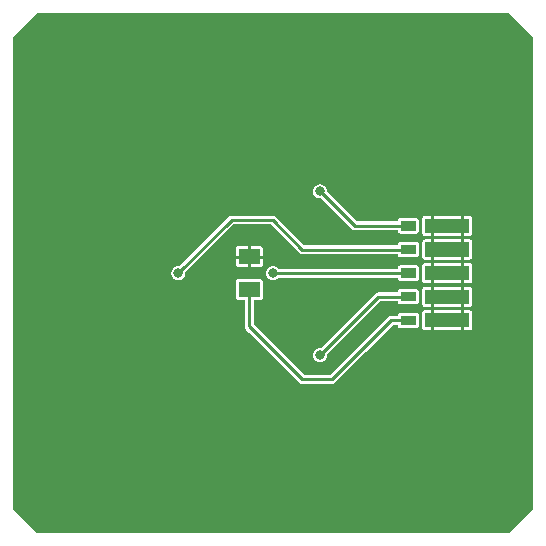
<source format=gbr>
G04 start of page 3 for group 3 idx 3 *
G04 Title: HERTZ_RFA, backside *
G04 Creator: pcb v4.0.2-gafeb62a8 *
G04 CreationDate: Mon Jan 29 15:05:47 2018 UTC *
G04 For: stephan *
G04 Format: Gerber/RS-274X *
G04 PCB-Dimensions (mil): 2362.20 2362.20 *
G04 PCB-Coordinate-Origin: lower left *
%MOIN*%
%FSLAX25Y25*%
%LNBACKSIDE*%
%ADD22C,0.0118*%
%ADD21C,0.2047*%
%ADD20C,0.0315*%
%ADD19C,0.2244*%
%ADD18C,0.0098*%
%ADD17C,0.0001*%
G54D17*G36*
X176260Y204724D02*X196850D01*
X204724Y196850D01*
Y39370D01*
X196850Y31496D01*
X176260D01*
Y99005D01*
X183779Y99009D01*
X183932Y99046D01*
X184077Y99106D01*
X184212Y99188D01*
X184331Y99291D01*
X184434Y99410D01*
X184516Y99545D01*
X184576Y99690D01*
X184613Y99843D01*
X184622Y100000D01*
X184613Y104881D01*
X184576Y105034D01*
X184516Y105180D01*
X184434Y105314D01*
X184331Y105434D01*
X184212Y105536D01*
X184077Y105618D01*
X183932Y105678D01*
X183779Y105715D01*
X183622Y105724D01*
X176260Y105720D01*
Y106879D01*
X183779Y106883D01*
X183932Y106920D01*
X184077Y106980D01*
X184212Y107063D01*
X184331Y107165D01*
X184434Y107284D01*
X184516Y107419D01*
X184576Y107564D01*
X184613Y107717D01*
X184622Y107874D01*
X184613Y112755D01*
X184576Y112908D01*
X184516Y113054D01*
X184434Y113188D01*
X184331Y113308D01*
X184212Y113410D01*
X184077Y113492D01*
X183932Y113552D01*
X183779Y113589D01*
X183622Y113598D01*
X176260Y113594D01*
Y114753D01*
X183779Y114757D01*
X183932Y114794D01*
X184077Y114854D01*
X184212Y114937D01*
X184331Y115039D01*
X184434Y115158D01*
X184516Y115293D01*
X184576Y115438D01*
X184613Y115591D01*
X184622Y115748D01*
X184613Y120629D01*
X184576Y120782D01*
X184516Y120928D01*
X184434Y121062D01*
X184331Y121182D01*
X184212Y121284D01*
X184077Y121366D01*
X183932Y121426D01*
X183779Y121463D01*
X183622Y121472D01*
X176260Y121468D01*
Y122627D01*
X183779Y122631D01*
X183932Y122668D01*
X184077Y122728D01*
X184212Y122811D01*
X184331Y122913D01*
X184434Y123032D01*
X184516Y123167D01*
X184576Y123312D01*
X184613Y123465D01*
X184622Y123622D01*
X184613Y128503D01*
X184576Y128656D01*
X184516Y128802D01*
X184434Y128936D01*
X184331Y129056D01*
X184212Y129158D01*
X184077Y129240D01*
X183932Y129300D01*
X183779Y129337D01*
X183622Y129346D01*
X176260Y129342D01*
Y130501D01*
X183779Y130505D01*
X183932Y130542D01*
X184077Y130602D01*
X184212Y130685D01*
X184331Y130787D01*
X184434Y130906D01*
X184516Y131041D01*
X184576Y131186D01*
X184613Y131339D01*
X184622Y131496D01*
X184613Y136377D01*
X184576Y136530D01*
X184516Y136676D01*
X184434Y136810D01*
X184331Y136930D01*
X184212Y137032D01*
X184077Y137114D01*
X183932Y137174D01*
X183779Y137211D01*
X183622Y137220D01*
X176260Y137216D01*
Y204724D01*
G37*
G36*
X149162D02*X176260D01*
Y137216D01*
X168741Y137211D01*
X168588Y137174D01*
X168442Y137114D01*
X168308Y137032D01*
X168188Y136930D01*
X168086Y136810D01*
X168004Y136676D01*
X167944Y136530D01*
X167907Y136377D01*
X167898Y136220D01*
X167907Y131339D01*
X167944Y131186D01*
X168004Y131041D01*
X168086Y130906D01*
X168188Y130787D01*
X168308Y130685D01*
X168442Y130602D01*
X168588Y130542D01*
X168741Y130505D01*
X168898Y130496D01*
X176260Y130501D01*
Y129342D01*
X168741Y129337D01*
X168588Y129300D01*
X168442Y129240D01*
X168308Y129158D01*
X168188Y129056D01*
X168086Y128936D01*
X168004Y128802D01*
X167944Y128656D01*
X167907Y128503D01*
X167898Y128346D01*
X167907Y123465D01*
X167944Y123312D01*
X168004Y123167D01*
X168086Y123032D01*
X168188Y122913D01*
X168308Y122811D01*
X168442Y122728D01*
X168588Y122668D01*
X168741Y122631D01*
X168898Y122622D01*
X176260Y122627D01*
Y121468D01*
X168741Y121463D01*
X168588Y121426D01*
X168442Y121366D01*
X168308Y121284D01*
X168188Y121182D01*
X168086Y121062D01*
X168004Y120928D01*
X167944Y120782D01*
X167907Y120629D01*
X167898Y120472D01*
X167907Y115591D01*
X167944Y115438D01*
X168004Y115293D01*
X168086Y115158D01*
X168188Y115039D01*
X168308Y114937D01*
X168442Y114854D01*
X168588Y114794D01*
X168741Y114757D01*
X168898Y114748D01*
X176260Y114753D01*
Y113594D01*
X168741Y113589D01*
X168588Y113552D01*
X168442Y113492D01*
X168308Y113410D01*
X168188Y113308D01*
X168086Y113188D01*
X168004Y113054D01*
X167944Y112908D01*
X167907Y112755D01*
X167898Y112598D01*
X167907Y107717D01*
X167944Y107564D01*
X168004Y107419D01*
X168086Y107284D01*
X168188Y107165D01*
X168308Y107063D01*
X168442Y106980D01*
X168588Y106920D01*
X168741Y106883D01*
X168898Y106874D01*
X176260Y106879D01*
Y105720D01*
X168741Y105715D01*
X168588Y105678D01*
X168442Y105618D01*
X168308Y105536D01*
X168188Y105434D01*
X168086Y105314D01*
X168004Y105180D01*
X167944Y105034D01*
X167907Y104881D01*
X167898Y104724D01*
X167907Y99843D01*
X167944Y99690D01*
X168004Y99545D01*
X168086Y99410D01*
X168188Y99291D01*
X168308Y99188D01*
X168442Y99106D01*
X168588Y99046D01*
X168741Y99009D01*
X168898Y99000D01*
X176260Y99005D01*
Y31496D01*
X149162D01*
Y91956D01*
X158092Y100886D01*
X159694D01*
X159694Y100630D01*
X159731Y100477D01*
X159791Y100332D01*
X159874Y100198D01*
X159976Y100078D01*
X160095Y99976D01*
X160230Y99894D01*
X160375Y99833D01*
X160528Y99797D01*
X160685Y99787D01*
X165992Y99797D01*
X166145Y99833D01*
X166290Y99894D01*
X166424Y99976D01*
X166544Y100078D01*
X166646Y100198D01*
X166728Y100332D01*
X166789Y100477D01*
X166825Y100630D01*
X166835Y100787D01*
X166825Y104094D01*
X166789Y104247D01*
X166728Y104392D01*
X166646Y104527D01*
X166544Y104646D01*
X166424Y104749D01*
X166290Y104831D01*
X166145Y104891D01*
X165992Y104928D01*
X165835Y104937D01*
X160528Y104928D01*
X160375Y104891D01*
X160230Y104831D01*
X160095Y104749D01*
X159976Y104646D01*
X159874Y104527D01*
X159791Y104392D01*
X159731Y104247D01*
X159694Y104094D01*
X159685Y103937D01*
X159685Y103839D01*
X157538D01*
X157480Y103843D01*
X157249Y103825D01*
X157023Y103771D01*
X156808Y103682D01*
X156610Y103560D01*
X156610Y103560D01*
X156433Y103409D01*
X156395Y103365D01*
X149162Y96132D01*
Y104050D01*
X153871Y108760D01*
X159694D01*
X159694Y108504D01*
X159731Y108351D01*
X159791Y108206D01*
X159874Y108072D01*
X159976Y107952D01*
X160095Y107850D01*
X160230Y107768D01*
X160375Y107707D01*
X160528Y107671D01*
X160685Y107661D01*
X165992Y107671D01*
X166145Y107707D01*
X166290Y107768D01*
X166424Y107850D01*
X166544Y107952D01*
X166646Y108072D01*
X166728Y108206D01*
X166789Y108351D01*
X166825Y108504D01*
X166835Y108661D01*
X166825Y111968D01*
X166789Y112121D01*
X166728Y112266D01*
X166646Y112401D01*
X166544Y112520D01*
X166424Y112623D01*
X166290Y112705D01*
X166145Y112765D01*
X165992Y112802D01*
X165835Y112811D01*
X160528Y112802D01*
X160375Y112765D01*
X160230Y112705D01*
X160095Y112623D01*
X159976Y112520D01*
X159874Y112401D01*
X159791Y112266D01*
X159731Y112121D01*
X159694Y111968D01*
X159685Y111811D01*
X159685Y111713D01*
X153318D01*
X153260Y111717D01*
X153028Y111699D01*
X152802Y111645D01*
X152588Y111556D01*
X152389Y111434D01*
X152389Y111434D01*
X152213Y111283D01*
X152175Y111239D01*
X149162Y108226D01*
Y116634D01*
X159694D01*
X159694Y116379D01*
X159731Y116225D01*
X159791Y116080D01*
X159874Y115946D01*
X159976Y115826D01*
X160095Y115724D01*
X160230Y115642D01*
X160375Y115581D01*
X160528Y115545D01*
X160685Y115535D01*
X165992Y115545D01*
X166145Y115581D01*
X166290Y115642D01*
X166424Y115724D01*
X166544Y115826D01*
X166646Y115946D01*
X166728Y116080D01*
X166789Y116225D01*
X166825Y116379D01*
X166835Y116535D01*
X166825Y119842D01*
X166789Y119995D01*
X166728Y120140D01*
X166646Y120275D01*
X166544Y120394D01*
X166424Y120497D01*
X166290Y120579D01*
X166145Y120639D01*
X165992Y120676D01*
X165835Y120685D01*
X160528Y120676D01*
X160375Y120639D01*
X160230Y120579D01*
X160095Y120497D01*
X159976Y120394D01*
X159874Y120275D01*
X159791Y120140D01*
X159731Y119995D01*
X159694Y119842D01*
X159685Y119685D01*
X159685Y119587D01*
X149162D01*
Y124508D01*
X159694D01*
X159694Y124253D01*
X159731Y124099D01*
X159791Y123954D01*
X159874Y123820D01*
X159976Y123700D01*
X160095Y123598D01*
X160230Y123516D01*
X160375Y123455D01*
X160528Y123419D01*
X160685Y123409D01*
X165992Y123419D01*
X166145Y123455D01*
X166290Y123516D01*
X166424Y123598D01*
X166544Y123700D01*
X166646Y123820D01*
X166728Y123954D01*
X166789Y124099D01*
X166825Y124253D01*
X166835Y124409D01*
X166825Y127716D01*
X166789Y127869D01*
X166728Y128014D01*
X166646Y128149D01*
X166544Y128268D01*
X166424Y128371D01*
X166290Y128453D01*
X166145Y128513D01*
X165992Y128550D01*
X165835Y128559D01*
X160528Y128550D01*
X160375Y128513D01*
X160230Y128453D01*
X160095Y128371D01*
X159976Y128268D01*
X159874Y128149D01*
X159791Y128014D01*
X159731Y127869D01*
X159694Y127716D01*
X159685Y127559D01*
X159685Y127461D01*
X149162D01*
Y132382D01*
X159694D01*
X159694Y132127D01*
X159731Y131973D01*
X159791Y131828D01*
X159874Y131694D01*
X159976Y131574D01*
X160095Y131472D01*
X160230Y131390D01*
X160375Y131329D01*
X160528Y131293D01*
X160685Y131283D01*
X165992Y131293D01*
X166145Y131329D01*
X166290Y131390D01*
X166424Y131472D01*
X166544Y131574D01*
X166646Y131694D01*
X166728Y131828D01*
X166789Y131973D01*
X166825Y132127D01*
X166835Y132283D01*
X166825Y135590D01*
X166789Y135743D01*
X166728Y135888D01*
X166646Y136023D01*
X166544Y136142D01*
X166424Y136245D01*
X166290Y136327D01*
X166145Y136387D01*
X165992Y136424D01*
X165835Y136433D01*
X160528Y136424D01*
X160375Y136387D01*
X160230Y136327D01*
X160095Y136245D01*
X159976Y136142D01*
X159874Y136023D01*
X159791Y135888D01*
X159731Y135743D01*
X159694Y135590D01*
X159685Y135433D01*
X159685Y135335D01*
X149162D01*
Y204724D01*
G37*
G36*
X110236Y98306D02*X126868Y81674D01*
X126906Y81630D01*
X127082Y81479D01*
X127082Y81479D01*
X127280Y81358D01*
X127495Y81269D01*
X127721Y81214D01*
X127953Y81196D01*
X128011Y81201D01*
X137737D01*
X137795Y81196D01*
X138027Y81214D01*
X138253Y81269D01*
X138468Y81358D01*
X138666Y81479D01*
X138842Y81630D01*
X138880Y81674D01*
X149162Y91956D01*
Y31496D01*
X110236D01*
Y98306D01*
G37*
G36*
Y134350D02*X117499D01*
X126868Y124981D01*
X126906Y124937D01*
X127082Y124786D01*
X127082Y124786D01*
X127280Y124665D01*
X127495Y124576D01*
X127721Y124522D01*
X127953Y124503D01*
X128011Y124508D01*
X149162D01*
Y119587D01*
X119956D01*
X119786Y119786D01*
X119503Y120027D01*
X119186Y120221D01*
X118842Y120364D01*
X118481Y120451D01*
X118110Y120480D01*
X117740Y120451D01*
X117378Y120364D01*
X117035Y120221D01*
X116717Y120027D01*
X116435Y119786D01*
X116193Y119503D01*
X115999Y119186D01*
X115857Y118842D01*
X115770Y118481D01*
X115741Y118110D01*
X115770Y117740D01*
X115857Y117378D01*
X115999Y117035D01*
X116193Y116717D01*
X116435Y116435D01*
X116717Y116193D01*
X117035Y115999D01*
X117378Y115857D01*
X117740Y115770D01*
X118110Y115741D01*
X118481Y115770D01*
X118842Y115857D01*
X119186Y115999D01*
X119503Y116193D01*
X119786Y116435D01*
X119956Y116634D01*
X149162D01*
Y108226D01*
X134119Y93184D01*
X133858Y93204D01*
X133488Y93175D01*
X133126Y93088D01*
X132783Y92946D01*
X132466Y92752D01*
X132183Y92510D01*
X131941Y92227D01*
X131747Y91910D01*
X131605Y91567D01*
X131518Y91205D01*
X131489Y90835D01*
X131518Y90464D01*
X131605Y90102D01*
X131747Y89759D01*
X131941Y89442D01*
X132183Y89159D01*
X132466Y88918D01*
X132783Y88723D01*
X133126Y88581D01*
X133488Y88494D01*
X133858Y88465D01*
X134229Y88494D01*
X134590Y88581D01*
X134934Y88723D01*
X135251Y88918D01*
X135534Y89159D01*
X135775Y89442D01*
X135970Y89759D01*
X136112Y90102D01*
X136199Y90464D01*
X136220Y90835D01*
X136205Y91094D01*
X149162Y104050D01*
Y96132D01*
X137184Y84154D01*
X128564D01*
X111713Y101005D01*
Y109120D01*
X113893Y109122D01*
X114045Y109159D01*
X114190Y109219D01*
X114324Y109301D01*
X114443Y109403D01*
X114545Y109522D01*
X114627Y109656D01*
X114687Y109801D01*
X114724Y109954D01*
X114733Y110110D01*
X114724Y115267D01*
X114687Y115419D01*
X114627Y115564D01*
X114545Y115698D01*
X114443Y115817D01*
X114324Y115919D01*
X114190Y116001D01*
X114045Y116061D01*
X113893Y116098D01*
X113736Y116107D01*
X110236Y116103D01*
Y120118D01*
X113893Y120122D01*
X114045Y120159D01*
X114190Y120219D01*
X114324Y120301D01*
X114443Y120403D01*
X114545Y120522D01*
X114627Y120656D01*
X114687Y120801D01*
X114724Y120954D01*
X114733Y121110D01*
X114724Y126267D01*
X114687Y126419D01*
X114627Y126564D01*
X114545Y126698D01*
X114443Y126817D01*
X114324Y126919D01*
X114190Y127001D01*
X114045Y127061D01*
X113893Y127098D01*
X113736Y127107D01*
X110236Y127103D01*
Y134350D01*
G37*
G36*
Y204724D02*X149162D01*
Y135335D01*
X145997D01*
X136205Y145127D01*
X136220Y145386D01*
X136199Y145756D01*
X136112Y146118D01*
X135970Y146462D01*
X135775Y146779D01*
X135534Y147061D01*
X135251Y147303D01*
X134934Y147497D01*
X134590Y147639D01*
X134229Y147726D01*
X133858Y147755D01*
X133488Y147726D01*
X133126Y147639D01*
X132783Y147497D01*
X132466Y147303D01*
X132183Y147061D01*
X131941Y146779D01*
X131747Y146462D01*
X131605Y146118D01*
X131518Y145756D01*
X131489Y145386D01*
X131518Y145015D01*
X131605Y144654D01*
X131747Y144310D01*
X131941Y143993D01*
X132183Y143710D01*
X132466Y143469D01*
X132783Y143275D01*
X133126Y143132D01*
X133488Y143046D01*
X133858Y143016D01*
X134119Y143037D01*
X144301Y132855D01*
X144339Y132811D01*
X144515Y132660D01*
X144515Y132660D01*
X144714Y132539D01*
X144928Y132450D01*
X145154Y132396D01*
X145386Y132377D01*
X145444Y132382D01*
X149162D01*
Y127461D01*
X128564D01*
X119195Y136830D01*
X119157Y136874D01*
X118981Y137025D01*
X118981Y137025D01*
X118783Y137146D01*
X118568Y137235D01*
X118342Y137289D01*
X118110Y137308D01*
X118052Y137303D01*
X110236D01*
Y204724D01*
G37*
G36*
X31496Y196850D02*X39370Y204724D01*
X110236D01*
Y137303D01*
X104389D01*
X104331Y137308D01*
X104099Y137289D01*
X103873Y137235D01*
X103658Y137146D01*
X103460Y137025D01*
X103460Y137025D01*
X103284Y136874D01*
X103246Y136830D01*
X86875Y120459D01*
X86614Y120480D01*
X86244Y120451D01*
X85882Y120364D01*
X85538Y120221D01*
X85221Y120027D01*
X84939Y119786D01*
X84697Y119503D01*
X84503Y119186D01*
X84361Y118842D01*
X84274Y118481D01*
X84245Y118110D01*
X84274Y117740D01*
X84361Y117378D01*
X84503Y117035D01*
X84697Y116717D01*
X84939Y116435D01*
X85221Y116193D01*
X85538Y115999D01*
X85882Y115857D01*
X86244Y115770D01*
X86614Y115741D01*
X86985Y115770D01*
X87346Y115857D01*
X87690Y115999D01*
X88007Y116193D01*
X88290Y116435D01*
X88531Y116717D01*
X88725Y117035D01*
X88868Y117378D01*
X88954Y117740D01*
X88976Y118110D01*
X88961Y118369D01*
X104942Y134350D01*
X110236D01*
Y127103D01*
X106580Y127098D01*
X106427Y127061D01*
X106282Y127001D01*
X106148Y126919D01*
X106029Y126817D01*
X105927Y126698D01*
X105845Y126564D01*
X105785Y126419D01*
X105748Y126267D01*
X105739Y126110D01*
X105748Y120954D01*
X105785Y120801D01*
X105845Y120656D01*
X105927Y120522D01*
X106029Y120403D01*
X106148Y120301D01*
X106282Y120219D01*
X106427Y120159D01*
X106580Y120122D01*
X106736Y120113D01*
X110236Y120118D01*
Y116103D01*
X106580Y116098D01*
X106427Y116061D01*
X106282Y116001D01*
X106148Y115919D01*
X106029Y115817D01*
X105927Y115698D01*
X105845Y115564D01*
X105785Y115419D01*
X105748Y115267D01*
X105739Y115110D01*
X105748Y109954D01*
X105785Y109801D01*
X105845Y109656D01*
X105927Y109522D01*
X106029Y109403D01*
X106148Y109301D01*
X106282Y109219D01*
X106427Y109159D01*
X106580Y109122D01*
X106736Y109113D01*
X108760Y109116D01*
Y100452D01*
X108755Y100394D01*
X108774Y100162D01*
X108828Y99936D01*
X108917Y99721D01*
X109038Y99523D01*
X109038Y99523D01*
X109189Y99347D01*
X109233Y99309D01*
X110236Y98306D01*
Y31496D01*
X39370D01*
X31496Y39370D01*
Y196850D01*
G37*
G54D18*X118110Y135827D02*X104331D01*
X86614Y118110D01*
X115354Y123622D02*X105118D01*
X110236Y119685D02*Y127559D01*
X163260Y125984D02*X127953D01*
X118110Y135827D01*
X163260Y133858D02*X145386D01*
X133858Y145386D01*
X163260Y110236D02*X153260D01*
X163260Y118110D02*X118110D01*
X153260Y110236D02*X133858Y90835D01*
X163260Y102362D02*X157480D01*
X171260Y137795D02*Y98425D01*
X181102Y137795D02*Y98425D01*
X157480Y102362D02*X137795Y82677D01*
X127953D01*
X110236Y100394D01*
Y112610D01*
G54D17*G36*
X160685Y119685D02*Y116535D01*
X165835D01*
Y119685D01*
X160685D01*
G37*
G36*
X168898Y120472D02*Y115748D01*
X183622D01*
Y120472D01*
X168898D01*
G37*
G36*
X160685Y111811D02*Y108661D01*
X165835D01*
Y111811D01*
X160685D01*
G37*
G36*
X168898Y112598D02*Y107874D01*
X183622D01*
Y112598D01*
X168898D01*
G37*
G36*
X160685Y103937D02*Y100787D01*
X165835D01*
Y103937D01*
X160685D01*
G37*
G36*
Y127559D02*Y124409D01*
X165835D01*
Y127559D01*
X160685D01*
G37*
G36*
X168898Y128346D02*Y123622D01*
X183622D01*
Y128346D01*
X168898D01*
G37*
G36*
Y104724D02*Y100000D01*
X183622D01*
Y104724D01*
X168898D01*
G37*
G36*
X160685Y135433D02*Y132283D01*
X165835D01*
Y135433D01*
X160685D01*
G37*
G36*
X168898Y136220D02*Y131496D01*
X183622D01*
Y136220D01*
X168898D01*
G37*
G36*
X106736Y115110D02*Y110110D01*
X113736D01*
Y115110D01*
X106736D01*
G37*
G36*
Y126110D02*Y121110D01*
X113736D01*
Y126110D01*
X106736D01*
G37*
G54D19*X173228Y173228D03*
X62992Y62992D03*
X173228D03*
G54D20*X118110Y118110D03*
X133858Y145386D03*
Y90835D03*
G54D19*X62992Y173228D03*
G54D20*X86614Y118110D03*
G54D21*G54D22*G54D21*G54D22*M02*

</source>
